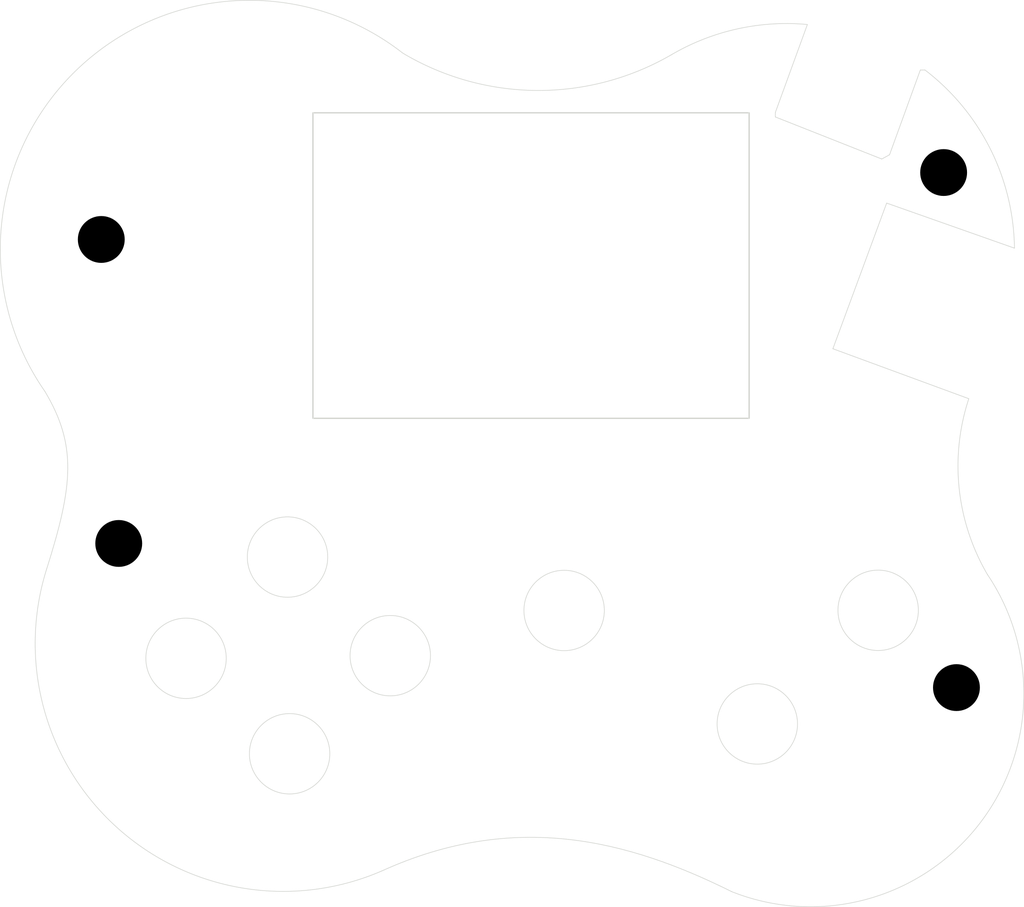
<source format=kicad_pcb>
(kicad_pcb (version 20241229) (generator "pcbnew") (generator_version "9.0")
  (layers (0 "F.Cu" signal) (2 "B.Cu" signal) (13 "F.Paste" user) (15 "B.Paste" user) (5 "F.SilkS" user "F.Silkscreen") (7 "B.SilkS" user "B.Silkscreen") (1 "F.Mask" user) (3 "B.Mask" user) (25 "Edge.Cuts" user))
  (net 0 "")
  (footprint "cnhardware:SMTSO20xx" (layer "F.Cu") (at 86.891898 70.696086)
    (property "Reference" "J7" (hide yes))
    (property "Value" "MOUNT" (hide yes))
    (pad "" np_thru_hole circle (at 0 0) (size 6.2 6.2) (drill 3.73) (layers))
  )
  (footprint "cnhardware:SMTSO20xx" (layer "F.Cu") (at 153.941898 65.366086)
    (property "Reference" "J7" (hide yes))
    (property "Value" "MOUNT" (hide yes))
    (pad "" np_thru_hole circle (at 0 0) (size 6.2 6.2) (drill 3.73) (layers))
  )
  (footprint "cnhardware:SMTSO20xx" (layer "F.Cu") (at 154.961898 106.386086)
    (property "Reference" "J7" (hide yes))
    (property "Value" "MOUNT" (hide yes))
    (pad "" np_thru_hole circle (at 0 0) (size 6.2 6.2) (drill 3.73) (layers))
  )
  (footprint "cnhardware:SMTSO20xx" (layer "F.Cu") (at 88.281898 94.906086)
    (property "Reference" "J7" (hide yes))
    (property "Value" "MOUNT" (hide yes))
    (pad "" np_thru_hole circle (at 0 0) (size 6.2 6.2) (drill 3.73) (layers))
  )
  (gr_arc (start 157.434103 97.388225) (mid 156.56146 117.526565) (end 137.061538 122.63218) (stroke (width 0.05)) (layer "Edge.Cuts"))
  (gr_arc (start 132.279083 55.981834) (mid 137.499533 53.93162) (end 143.096877 53.576361) (stroke (width 0.05)) (layer "Edge.Cuts"))
  (gr_arc (start 152.456877 57.199447) (mid 157.652164 63.474059) (end 159.579573 71.389036) (stroke (width 0.05)) (layer "Edge.Cuts"))
  (gr_arc (start 109.244933 120.979048) (mid 88.161755 117.54558) (end 82.545897 96.936086) (stroke (width 0.05)) (layer "Edge.Cuts"))
  (gr_circle (center 93.639176 104.05541) (end 96.839176 104.05541) (stroke (width 0.05)) (fill no) (layer "Edge.Cuts"))
  (gr_circle (center 139.110914 109.281746) (end 142.310914 109.281746) (stroke (width 0.05)) (fill no) (layer "Edge.Cuts"))
  (gr_line (start 149.636877 63.949447) (end 149.016877 64.289447) (stroke (width 0.05)) (layer "Edge.Cuts"))
  (gr_line (start 149.016877 64.289447) (end 140.546877 60.94) (stroke (width 0.05)) (layer "Edge.Cuts"))
  (gr_rect (start 103.74 60.61) (end 138.46 84.94) (stroke (width 0.1)) (fill no) (layer "Edge.Cuts"))
  (gr_arc (start 157.434103 97.388225) (mid 155.180614 90.543896) (end 155.945308 83.378822) (stroke (width 0.05)) (layer "Edge.Cuts"))
  (gr_circle (center 101.716877 95.989447) (end 104.916877 95.989447) (stroke (width 0.05)) (fill no) (layer "Edge.Cuts"))
  (gr_line (start 152.456877 57.199448) (end 152.086877 57.199447) (stroke (width 0.05)) (layer "Edge.Cuts"))
  (gr_circle (center 123.73458 100.24348) (end 126.93458 100.24348) (stroke (width 0.05)) (fill no) (layer "Edge.Cuts"))
  (gr_line (start 152.086877 57.199447) (end 149.636877 63.949447) (stroke (width 0.05)) (layer "Edge.Cuts"))
  (gr_line (start 145.126877 79.399447) (end 155.945309 83.378822) (stroke (width 0.05)) (layer "Edge.Cuts"))
  (gr_line (start 149.406877 67.799447) (end 145.126877 79.399447) (stroke (width 0.05)) (layer "Edge.Cuts"))
  (gr_line (start 159.579533 71.389036) (end 149.406877 67.799447) (stroke (width 0.05)) (layer "Edge.Cuts"))
  (gr_line (start 140.546877 60.94) (end 140.546877 60.579447) (stroke (width 0.05)) (layer "Edge.Cuts"))
  (gr_circle (center 101.88284 111.657148) (end 105.08284 111.657148) (stroke (width 0.05)) (fill no) (layer "Edge.Cuts"))
  (gr_arc (start 132.276707 55.981834) (mid 121.566877 58.829447) (end 110.891554 55.855083) (stroke (width 0.05)) (layer "Edge.Cuts"))
  (gr_line (start 140.546877 60.579447) (end 143.096801 53.576361) (stroke (width 0.05)) (layer "Edge.Cuts"))
  (gr_circle (center 148.730914 100.231746) (end 151.930914 100.231746) (stroke (width 0.05)) (fill no) (layer "Edge.Cuts"))
  (gr_curve (pts (xy 109.244933 120.979047) (xy 119.831898 116.176086) (xy 128.861178 118.548274) (xy 137.061538 122.63218)) (stroke (width 0.05)) (layer "Edge.Cuts"))
  (gr_circle (center 109.89458 103.84348) (end 113.09458 103.84348) (stroke (width 0.05)) (fill no) (layer "Edge.Cuts"))
  (gr_arc (start 82.402645 82.793213) (mid 85.06 57.07) (end 110.891554 55.855083) (stroke (width 0.05)) (layer "Edge.Cuts"))
  (gr_curve (pts (xy 82.545898 96.936086) (xy 84.641898 90.316086) (xy 84.973394 87.09034) (xy 82.402646 82.793213)) (stroke (width 0.05)) (layer "Edge.Cuts"))
)
</source>
